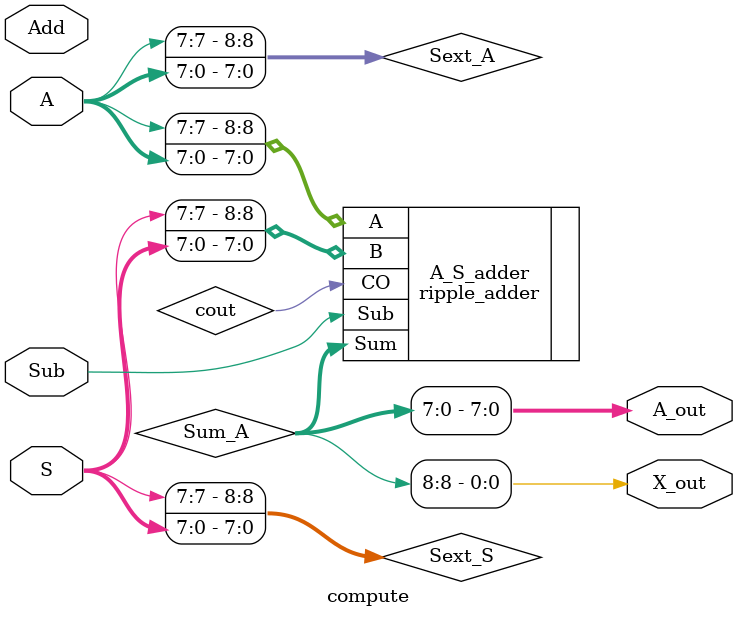
<source format=sv>
module compute (input  logic Add, Sub,
                input  logic [7:0] A, S,
                output logic [7:0] A_out,
					 output logic X_out);

	 logic [8:0] Sext_A, Sext_S, Sum_A, twos;
	 logic cout;
	 
	 assign Sext_S = {S[7], S[7:0]};
	 assign Sext_A = {A[7], A[7:0]};
	 assign X_out = Sum_A[8];
	 assign A_out = Sum_A[7:0];
	 
	 ripple_adder A_S_adder (.A(Sext_A[8:0]), .B(Sext_S[8:0]), .Sub(Sub), .Sum(Sum_A[8:0]), .CO(cout));
	 //This is the 1-bit ALU
	 
endmodule

</source>
